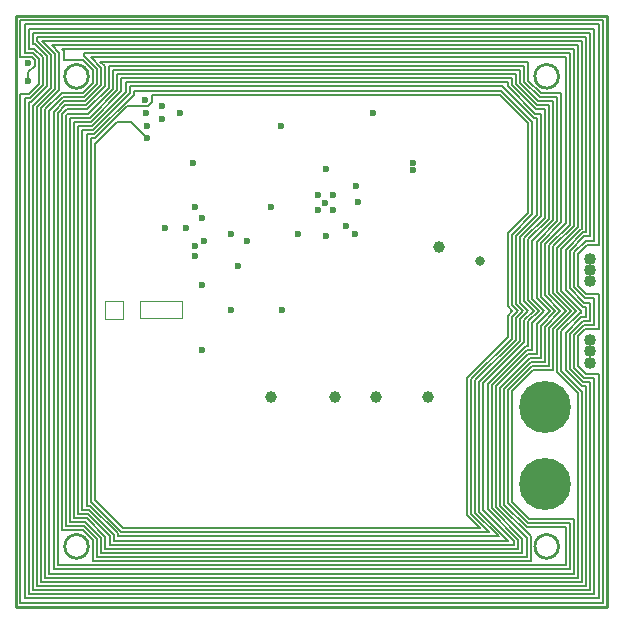
<source format=gbr>
%TF.GenerationSoftware,KiCad,Pcbnew,(5.0.1-3-g963ef8bb5)*%
%TF.CreationDate,2020-03-04T19:54:40-08:00*%
%TF.ProjectId,SolarCell+Y,536F6C617243656C6C2B592E6B696361,rev?*%
%TF.SameCoordinates,Original*%
%TF.FileFunction,Copper,L2,Inr,Signal*%
%TF.FilePolarity,Positive*%
%FSLAX46Y46*%
G04 Gerber Fmt 4.6, Leading zero omitted, Abs format (unit mm)*
G04 Created by KiCad (PCBNEW (5.0.1-3-g963ef8bb5)) date Wednesday, March 04, 2020 at 07:54:40 PM*
%MOMM*%
%LPD*%
G01*
G04 APERTURE LIST*
%ADD10C,0.050000*%
%ADD11C,0.250000*%
%ADD12C,1.000000*%
%ADD13C,1.016000*%
%ADD14C,4.400000*%
%ADD15C,0.600000*%
%ADD16C,0.800000*%
%ADD17C,0.190000*%
G04 APERTURE END LIST*
D10*
X160500000Y-65600000D02*
X160500000Y-64100000D01*
X164000000Y-65600000D02*
X160500000Y-65600000D01*
X164000000Y-64100000D02*
X164000000Y-65600000D01*
X160500000Y-64100000D02*
X164000000Y-64100000D01*
X159000000Y-64100000D02*
X157500000Y-64100000D01*
X159000000Y-65650000D02*
X159000000Y-64100000D01*
X157500000Y-65650000D02*
X159000000Y-65650000D01*
X157500000Y-64100000D02*
X157500000Y-65650000D01*
D11*
X200000000Y-40000000D02*
X150000000Y-40000000D01*
X150000000Y-90000000D02*
X200000000Y-90000000D01*
X150000000Y-40000000D02*
X150000000Y-90000000D01*
X195900000Y-45100000D02*
G75*
G03X195900000Y-45100000I-1000000J0D01*
G01*
X156100000Y-84900000D02*
G75*
G03X156100000Y-84900000I-1000000J0D01*
G01*
X156100000Y-45100000D02*
G75*
G03X156100000Y-45100000I-1000000J0D01*
G01*
X195900000Y-84900000D02*
G75*
G03X195900000Y-84900000I-1000000J0D01*
G01*
X200000000Y-90000000D02*
X200000000Y-40000000D01*
D12*
X185750200Y-59512200D03*
X184835800Y-72263000D03*
X176987200Y-72263000D03*
X171602400Y-72263000D03*
X180424666Y-72263000D03*
D13*
X198566000Y-69330000D03*
X198566000Y-60530000D03*
X198566000Y-68380000D03*
X198566000Y-67430000D03*
X198566000Y-61480000D03*
X198566000Y-62430000D03*
D14*
X194800000Y-73100000D03*
X194800000Y-79600000D03*
D15*
X183593740Y-52415440D03*
X183593740Y-53050440D03*
X160978844Y-48166883D03*
X165112690Y-56134000D03*
X178796228Y-54378747D03*
X176174400Y-55806340D03*
X175574980Y-55144184D03*
X176844980Y-55144184D03*
X175567340Y-56413400D03*
X176844980Y-56388784D03*
X164338000Y-57912000D03*
X162575240Y-57912000D03*
X172417740Y-49303940D03*
X168148000Y-64897000D03*
X172466000Y-64897000D03*
X178689000Y-58420000D03*
X165684200Y-62738000D03*
X165684200Y-68300600D03*
X168148000Y-58420000D03*
X164973000Y-52451000D03*
X168783000Y-61147520D03*
D16*
X189300000Y-60700000D03*
D15*
X163830000Y-48196500D03*
X165700000Y-57100000D03*
X165862000Y-59055000D03*
X165100000Y-59436026D03*
X165100000Y-60325000D03*
X151000000Y-45500000D03*
X161036000Y-50292000D03*
X151003000Y-44005500D03*
X162359712Y-47637690D03*
X161036000Y-49276000D03*
X160909000Y-47117000D03*
X162369500Y-48750000D03*
X169560240Y-59019440D03*
X176184580Y-52959784D03*
X177942240Y-57749440D03*
X171528750Y-56161940D03*
X173878240Y-58471590D03*
X176218027Y-58650475D03*
X180164740Y-48224440D03*
X178954084Y-55753784D03*
D17*
X191950000Y-64450000D02*
X192450000Y-64950000D01*
X194750000Y-57050000D02*
X193000000Y-58800000D01*
X150347010Y-43450000D02*
X150347010Y-40347010D01*
X193700000Y-65950000D02*
X193700000Y-68250000D01*
X192300000Y-67400000D02*
X188850000Y-70850000D01*
X197550000Y-60100000D02*
X197550000Y-62850000D01*
X151750000Y-42100000D02*
X151750000Y-41750000D01*
X196500000Y-64950000D02*
X196500000Y-65000000D01*
X153950000Y-46850000D02*
X155700000Y-46850000D01*
X157850000Y-44200000D02*
X193000000Y-44200000D01*
X151050000Y-42750000D02*
X151050000Y-41050000D01*
X159250000Y-45600000D02*
X191600000Y-45600000D01*
X156300000Y-43500000D02*
X196500000Y-43500000D01*
X193350000Y-65850000D02*
X193350000Y-67900000D01*
X151600000Y-42400000D02*
X151400000Y-42400000D01*
X150700000Y-40700000D02*
X199300000Y-40700000D01*
X155950000Y-81450000D02*
X155950000Y-50000000D01*
X195100000Y-59400000D02*
X195100000Y-63550000D01*
X192000000Y-81150000D02*
X193400000Y-82550000D01*
X151750000Y-41750000D02*
X198250000Y-41750000D01*
X198950000Y-66150000D02*
X198050000Y-66150000D01*
X196500000Y-66800000D02*
X196500000Y-69950000D01*
X159950000Y-46650000D02*
X159950000Y-46300000D01*
X197900000Y-58000000D02*
X197850000Y-58000000D01*
X152600000Y-43400000D02*
X151600000Y-42400000D01*
X199647010Y-89652990D02*
X150347010Y-89652990D01*
X157850000Y-46050000D02*
X157850000Y-44200000D01*
X192650000Y-44550000D02*
X192650000Y-45650000D01*
X151150000Y-46950000D02*
X152250000Y-45850000D01*
X190850000Y-84050000D02*
X158600000Y-84050000D01*
X198100000Y-58650000D02*
X196850000Y-59900000D01*
X151400000Y-43100000D02*
X150700000Y-43100000D01*
X198200000Y-70300000D02*
X199300000Y-70300000D01*
X191600000Y-67200000D02*
X188150000Y-70650000D01*
X198150000Y-66500000D02*
X197550000Y-67100000D01*
X159405118Y-47644882D02*
X161155118Y-47644882D01*
X193650000Y-69650000D02*
X191650000Y-71650000D01*
X151750000Y-47700000D02*
X153300000Y-46150000D01*
X191050000Y-46300000D02*
X193700000Y-48950000D01*
X151000000Y-45500000D02*
X151000000Y-44750000D01*
X197550000Y-69650000D02*
X198200000Y-70300000D01*
X151400000Y-42400000D02*
X151400000Y-41400000D01*
X196500000Y-57550000D02*
X194750000Y-59300000D01*
X197550000Y-71900000D02*
X197550000Y-87550000D01*
X195150000Y-65000000D02*
X194050000Y-66100000D01*
X156500000Y-49650000D02*
X159600000Y-46550000D01*
X155600000Y-49650000D02*
X156500000Y-49650000D01*
X159744000Y-49000000D02*
X161036000Y-50292000D01*
X156600000Y-50000000D02*
X159950000Y-46650000D01*
X198250000Y-71350000D02*
X198250000Y-88250000D01*
X156000000Y-47900000D02*
X157850000Y-46050000D01*
X155600000Y-81800000D02*
X155600000Y-49650000D01*
X198600000Y-65800000D02*
X197950000Y-65800000D01*
X196950000Y-65000000D02*
X195450000Y-66500000D01*
X189900000Y-71150000D02*
X189900000Y-81750000D01*
X197550000Y-42450000D02*
X197550000Y-57850000D01*
X198600000Y-64250000D02*
X198600000Y-65800000D01*
X192900000Y-64950000D02*
X192300000Y-65550000D01*
X191600000Y-64550000D02*
X192000000Y-64950000D01*
X196150000Y-59700000D02*
X196150000Y-63250000D01*
X192450000Y-64950000D02*
X191950000Y-65450000D01*
X191600000Y-58400000D02*
X191600000Y-64550000D01*
X156700000Y-50350000D02*
X159405118Y-47644882D01*
X188850000Y-82050000D02*
X190850000Y-84050000D01*
X192650000Y-58700000D02*
X192650000Y-64250000D01*
X198250000Y-64600000D02*
X198250000Y-65450000D01*
X155750000Y-43400000D02*
X155750000Y-43150000D01*
X193700000Y-63950000D02*
X194700000Y-64950000D01*
X154200000Y-48400000D02*
X154350000Y-48250000D01*
X193553493Y-84696507D02*
X193550000Y-84700000D01*
X194050000Y-63850000D02*
X195150000Y-64950000D01*
X152100000Y-87900000D02*
X152100000Y-47800000D01*
X151000000Y-44750000D02*
X151550000Y-44200000D01*
X197900000Y-87900000D02*
X152100000Y-87900000D01*
X193350000Y-67900000D02*
X193150000Y-67900000D01*
X155900000Y-47550000D02*
X157500000Y-45950000D01*
X199300000Y-70300000D02*
X199300000Y-89300000D01*
X195450000Y-66500000D02*
X195450000Y-70000000D01*
X195450000Y-59500000D02*
X195450000Y-63450000D01*
X158250000Y-83900000D02*
X156150000Y-81800000D01*
X197900000Y-71700000D02*
X197900000Y-87900000D01*
X156350000Y-81100000D02*
X156350000Y-50350000D01*
X199300000Y-59350000D02*
X198300000Y-59350000D01*
X158600000Y-84050000D02*
X158600000Y-83800000D01*
X194050000Y-48600000D02*
X194050000Y-56850000D01*
X193700000Y-56750000D02*
X191950000Y-58500000D01*
X190950000Y-46650000D02*
X193350000Y-49050000D01*
X195150000Y-64950000D02*
X195150000Y-65000000D01*
X199652990Y-40347010D02*
X199652990Y-89647010D01*
X198600000Y-71000000D02*
X198600000Y-88600000D01*
X196500000Y-86500000D02*
X153500000Y-86500000D01*
X197900000Y-71350000D02*
X198250000Y-71350000D01*
X156500000Y-86150000D02*
X156500000Y-84393841D01*
X152600000Y-45950000D02*
X152600000Y-43400000D01*
X151400000Y-41400000D02*
X198600000Y-41400000D01*
X194400000Y-66200000D02*
X194400000Y-68950000D01*
X157100000Y-43850000D02*
X193350000Y-43850000D01*
X199300000Y-63550000D02*
X199300000Y-66500000D01*
X155606158Y-46500000D02*
X156452077Y-45654081D01*
X194400000Y-48250000D02*
X194400000Y-56950000D01*
X161155118Y-47644882D02*
X161500000Y-47300000D01*
X196500000Y-43500000D02*
X196500000Y-57550000D01*
X153300000Y-43200000D02*
X152200000Y-42100000D01*
X158900000Y-83700000D02*
X158900000Y-83650000D01*
X193553493Y-84053493D02*
X193553493Y-84696507D01*
X158250000Y-84400000D02*
X158250000Y-83900000D01*
X153500000Y-86500000D02*
X153500000Y-48200000D01*
X191950000Y-45250000D02*
X191950000Y-45850000D01*
X150700000Y-46950000D02*
X151150000Y-46950000D01*
X194400000Y-56950000D02*
X192650000Y-58700000D01*
X197900000Y-42100000D02*
X197900000Y-58000000D01*
X192300000Y-64350000D02*
X192900000Y-64950000D01*
X197850000Y-65450000D02*
X196500000Y-66800000D01*
X152200000Y-42100000D02*
X197900000Y-42100000D01*
X156452077Y-45654081D02*
X156452077Y-44545918D01*
X195450000Y-63450000D02*
X196950000Y-64950000D01*
X198950000Y-41050000D02*
X198950000Y-59000000D01*
X156850000Y-84300000D02*
X155750000Y-83200000D01*
X197850000Y-64950000D02*
X197850000Y-65100000D01*
X156500000Y-84393841D02*
X155656159Y-83550000D01*
X154000000Y-43750000D02*
X154000000Y-42950000D01*
X193700000Y-48950000D02*
X193700000Y-56750000D01*
X151900000Y-45750000D02*
X151900000Y-43600000D01*
X152950000Y-46050000D02*
X152950000Y-43300000D01*
X197550000Y-87550000D02*
X152450000Y-87550000D01*
X195800000Y-46850000D02*
X195800000Y-57350000D01*
X153500000Y-48200000D02*
X154150000Y-47550000D01*
X198250000Y-58300000D02*
X198000000Y-58300000D01*
X192300000Y-65550000D02*
X192300000Y-67400000D01*
X198950000Y-70650000D02*
X198950000Y-88950000D01*
X158900000Y-45250000D02*
X191950000Y-45250000D01*
X159600000Y-46550000D02*
X159600000Y-45950000D01*
X193550000Y-84700000D02*
X193550000Y-86150000D01*
X198050000Y-64250000D02*
X198600000Y-64250000D01*
X152450000Y-47900000D02*
X153850000Y-46500000D01*
X193350000Y-64950000D02*
X192650000Y-65650000D01*
X150347010Y-46600000D02*
X151050000Y-46600000D01*
X193800000Y-64950000D02*
X193000000Y-65750000D01*
X191600000Y-65350000D02*
X191600000Y-67200000D01*
X197200000Y-60000000D02*
X197200000Y-62950000D01*
X196500000Y-65000000D02*
X195100000Y-66400000D01*
X150700000Y-43100000D02*
X150700000Y-40700000D01*
X151750000Y-88250000D02*
X151750000Y-47700000D01*
X158900000Y-83650000D02*
X156350000Y-81100000D01*
X156350000Y-50350000D02*
X156700000Y-50350000D01*
X189250000Y-83350000D02*
X159050000Y-83350000D01*
X151400000Y-47600000D02*
X152950000Y-46050000D01*
X193000000Y-65750000D02*
X193000000Y-67600000D01*
X196500000Y-69950000D02*
X197900000Y-71350000D01*
X155656159Y-43750000D02*
X154000000Y-43750000D01*
X189550000Y-81850000D02*
X192150000Y-84450000D01*
X151500000Y-42750000D02*
X151050000Y-42750000D01*
X198050000Y-66150000D02*
X197200000Y-67000000D01*
X154250000Y-47900000D02*
X156000000Y-47900000D01*
X189900000Y-81750000D02*
X192500000Y-84350000D01*
X194400000Y-59200000D02*
X194400000Y-63750000D01*
X151550000Y-44200000D02*
X151550000Y-43700000D01*
X194050000Y-56850000D02*
X192300000Y-58600000D01*
X193200000Y-83250000D02*
X196500000Y-83250000D01*
X153850000Y-42800000D02*
X197200000Y-42800000D01*
X198300000Y-59350000D02*
X197550000Y-60100000D01*
X155800000Y-47200000D02*
X157150000Y-45850000D01*
X196500000Y-59800000D02*
X196500000Y-63150000D01*
X156700000Y-81000000D02*
X156700000Y-50800000D01*
X153850000Y-83550000D02*
X153850000Y-48300000D01*
X193700000Y-68250000D02*
X193250000Y-68250000D01*
X155950000Y-50000000D02*
X156600000Y-50000000D01*
X156050000Y-82150000D02*
X155250000Y-82150000D01*
X161500000Y-47300000D02*
X161500000Y-46650000D01*
X192300000Y-58600000D02*
X192300000Y-64350000D01*
X195450000Y-70000000D02*
X193750000Y-70000000D01*
X191950000Y-58500000D02*
X191950000Y-64450000D01*
X199300000Y-89300000D02*
X150700000Y-89300000D01*
X154050000Y-47200000D02*
X155800000Y-47200000D01*
X156100000Y-48250000D02*
X158200000Y-46150000D01*
X157200000Y-84200000D02*
X155850000Y-82850000D01*
X199300000Y-66500000D02*
X198150000Y-66500000D01*
X197850000Y-58000000D02*
X196150000Y-59700000D01*
X157550000Y-84100000D02*
X155950000Y-82500000D01*
X194400000Y-68950000D02*
X193450000Y-68950000D01*
X161500000Y-46650000D02*
X190950000Y-46650000D01*
X193800000Y-48600000D02*
X194050000Y-48600000D01*
X196850000Y-86850000D02*
X153150000Y-86850000D01*
X158200000Y-46150000D02*
X158200000Y-44550000D01*
X197200000Y-67000000D02*
X197200000Y-69750000D01*
X193750000Y-70000000D02*
X192000000Y-71750000D01*
X155750000Y-83200000D02*
X154200000Y-83200000D01*
X155250000Y-82150000D02*
X155250000Y-49300000D01*
X193200000Y-84150000D02*
X193200000Y-85800000D01*
X152250000Y-45850000D02*
X152250000Y-43500000D01*
X197200000Y-42800000D02*
X197200000Y-57750000D01*
X196850000Y-59900000D02*
X196850000Y-63050000D01*
X190950000Y-81450000D02*
X193553493Y-84053493D01*
X198000000Y-71000000D02*
X198600000Y-71000000D01*
X196500000Y-63150000D02*
X197950000Y-64600000D01*
X150700000Y-89300000D02*
X150700000Y-46950000D01*
X197200000Y-69750000D02*
X198100000Y-70650000D01*
X192000000Y-64950000D02*
X191600000Y-65350000D01*
X192000000Y-71750000D02*
X192000000Y-81150000D01*
X197800000Y-71700000D02*
X197900000Y-71700000D01*
X152800000Y-48000000D02*
X153950000Y-46850000D01*
X197750000Y-65100000D02*
X196150000Y-66700000D01*
X192850000Y-84250000D02*
X192850000Y-85450000D01*
X151050000Y-41050000D02*
X198950000Y-41050000D01*
X191300000Y-71550000D02*
X191300000Y-81350000D01*
X198950000Y-63900000D02*
X198950000Y-66150000D01*
X155750000Y-43150000D02*
X196850000Y-43150000D01*
X191200000Y-46000000D02*
X193800000Y-48600000D01*
X197550000Y-62850000D02*
X198250000Y-63550000D01*
X151550000Y-43700000D02*
X151300000Y-43450000D01*
X197200000Y-57750000D02*
X195450000Y-59500000D01*
X189200000Y-70950000D02*
X189200000Y-81950000D01*
X198150000Y-63900000D02*
X198950000Y-63900000D01*
X154350000Y-48250000D02*
X156100000Y-48250000D01*
X154200000Y-83200000D02*
X154200000Y-48400000D01*
X156800000Y-45750000D02*
X156800000Y-44450000D01*
X159950000Y-46300000D02*
X191050000Y-46300000D01*
X197200000Y-87200000D02*
X152800000Y-87200000D01*
X153000000Y-42450000D02*
X197550000Y-42450000D01*
X157200000Y-85450000D02*
X157200000Y-84200000D01*
X196050000Y-65000000D02*
X194750000Y-66300000D01*
X197850000Y-65100000D02*
X197750000Y-65100000D01*
X158900000Y-46350000D02*
X158900000Y-45250000D01*
X188850000Y-70850000D02*
X188850000Y-82050000D01*
X157500000Y-44250000D02*
X157100000Y-43850000D01*
X196850000Y-43150000D02*
X196850000Y-57650000D01*
X192650000Y-67500000D02*
X189200000Y-70950000D01*
X196850000Y-57650000D02*
X195100000Y-59400000D01*
X151250000Y-47300000D02*
X152600000Y-45950000D01*
X195100000Y-69650000D02*
X193650000Y-69650000D01*
X158600000Y-83800000D02*
X156250000Y-81450000D01*
X152450000Y-87550000D02*
X152450000Y-47900000D01*
X151400000Y-88600000D02*
X151400000Y-47600000D01*
X159600000Y-45950000D02*
X191200000Y-45950000D01*
X153650000Y-43100000D02*
X153000000Y-42450000D01*
X188500000Y-70750000D02*
X188500000Y-82150000D01*
X197200000Y-82550000D02*
X197200000Y-87200000D01*
X199652990Y-89647010D02*
X199647010Y-89652990D01*
X154000000Y-42950000D02*
X153850000Y-42800000D01*
X198250000Y-63550000D02*
X199300000Y-63550000D01*
X193150000Y-67900000D02*
X189900000Y-71150000D01*
X156452077Y-44545918D02*
X155656159Y-43750000D01*
X195800000Y-70150000D02*
X197550000Y-71900000D01*
X193900000Y-48250000D02*
X194400000Y-48250000D01*
X191650000Y-81250000D02*
X193300000Y-82900000D01*
X191950000Y-45850000D02*
X194000000Y-47900000D01*
X190250000Y-71250000D02*
X190250000Y-81650000D01*
X198600000Y-58650000D02*
X198100000Y-58650000D01*
X196150000Y-66700000D02*
X196150000Y-70050000D01*
X191600000Y-45950000D02*
X193900000Y-48250000D01*
X157150000Y-44350000D02*
X156300000Y-43500000D01*
X151300000Y-43450000D02*
X150347010Y-43450000D01*
X151050000Y-47300000D02*
X151250000Y-47300000D01*
X196150000Y-70050000D02*
X197800000Y-71700000D01*
X197550000Y-57850000D02*
X195800000Y-59600000D01*
X193400000Y-82550000D02*
X197200000Y-82550000D01*
X152100000Y-47800000D02*
X153650000Y-46250000D01*
X153850000Y-46500000D02*
X155606158Y-46500000D01*
X194000000Y-47900000D02*
X194750000Y-47900000D01*
X191300000Y-81350000D02*
X193200000Y-83250000D01*
X198600000Y-88600000D02*
X151400000Y-88600000D01*
X152800000Y-87200000D02*
X152800000Y-48000000D01*
X197950000Y-64600000D02*
X198250000Y-64600000D01*
X188150000Y-82250000D02*
X189250000Y-83350000D01*
X155700000Y-46850000D02*
X156800000Y-45750000D01*
X198200000Y-59000000D02*
X197200000Y-60000000D01*
X156250000Y-81450000D02*
X155950000Y-81450000D01*
X151900000Y-43600000D02*
X151400000Y-43100000D01*
X194750000Y-66300000D02*
X194750000Y-69300000D01*
X156800000Y-44450000D02*
X155750000Y-43400000D01*
X152950000Y-43300000D02*
X151750000Y-42100000D01*
X190600000Y-81550000D02*
X193200000Y-84150000D01*
X193200000Y-85800000D02*
X156850000Y-85800000D01*
X194750000Y-59300000D02*
X194750000Y-63650000D01*
X197200000Y-62950000D02*
X198150000Y-63900000D01*
X196150000Y-63250000D02*
X197850000Y-64950000D01*
X193350000Y-58900000D02*
X193350000Y-64050000D01*
X153300000Y-46150000D02*
X153300000Y-43200000D01*
X153150000Y-48100000D02*
X154050000Y-47200000D01*
X150347010Y-89652990D02*
X150347010Y-46600000D01*
X198250000Y-88250000D02*
X151750000Y-88250000D01*
X196050000Y-64950000D02*
X196050000Y-65000000D01*
X193000000Y-45550000D02*
X194300000Y-46850000D01*
X154150000Y-47550000D02*
X155900000Y-47550000D01*
X197950000Y-65800000D02*
X196850000Y-66900000D01*
X193300000Y-82900000D02*
X196850000Y-82900000D01*
X195800000Y-57350000D02*
X194050000Y-59100000D01*
X192650000Y-45650000D02*
X194200000Y-47200000D01*
X190250000Y-81650000D02*
X192850000Y-84250000D01*
X194750000Y-63650000D02*
X196050000Y-64950000D01*
X190950000Y-71450000D02*
X190950000Y-81450000D01*
X194750000Y-69300000D02*
X193550000Y-69300000D01*
X158550000Y-46250000D02*
X158550000Y-44900000D01*
X193550000Y-69300000D02*
X191300000Y-71550000D01*
X157150000Y-45850000D02*
X157150000Y-44350000D01*
X193350000Y-49050000D02*
X193350000Y-56650000D01*
X157500000Y-45950000D02*
X157500000Y-44250000D01*
X153850000Y-48300000D02*
X154250000Y-47900000D01*
X194700000Y-64950000D02*
X193700000Y-65950000D01*
X190600000Y-71350000D02*
X190600000Y-81550000D01*
X198950000Y-88950000D02*
X151050000Y-88950000D01*
X195800000Y-63350000D02*
X197400000Y-64950000D01*
X192500000Y-84350000D02*
X192500000Y-85100000D01*
X193350000Y-56650000D02*
X191600000Y-58400000D01*
X196950000Y-64950000D02*
X196950000Y-65000000D01*
X197400000Y-65000000D02*
X195800000Y-66600000D01*
X151050000Y-46600000D02*
X151900000Y-45750000D01*
X194050000Y-68600000D02*
X193350000Y-68600000D01*
X191950000Y-67300000D02*
X188500000Y-70750000D01*
X156400000Y-49300000D02*
X159250000Y-46450000D01*
X193550000Y-86150000D02*
X156500000Y-86150000D01*
X150347010Y-40347010D02*
X199652990Y-40347010D01*
X156150000Y-81800000D02*
X155600000Y-81800000D01*
X193450000Y-68950000D02*
X190950000Y-71450000D01*
X198100000Y-70650000D02*
X198950000Y-70650000D01*
X194389341Y-46500000D02*
X196150000Y-46500000D01*
X190050000Y-83700000D02*
X158900000Y-83700000D01*
X193350000Y-45460659D02*
X194389341Y-46500000D01*
X193350000Y-64050000D02*
X194250000Y-64950000D01*
X155656159Y-83550000D02*
X153850000Y-83550000D01*
X195600000Y-65000000D02*
X194400000Y-66200000D01*
X195100000Y-63550000D02*
X196500000Y-64950000D01*
X194200000Y-47200000D02*
X195450000Y-47200000D01*
X199300000Y-40700000D02*
X199300000Y-59350000D01*
X195600000Y-64950000D02*
X195600000Y-65000000D01*
X196850000Y-63050000D02*
X198050000Y-64250000D01*
X193350000Y-43850000D02*
X193350000Y-45460659D01*
X192150000Y-84750000D02*
X157900000Y-84750000D01*
X195100000Y-57150000D02*
X193350000Y-58900000D01*
X196150000Y-46500000D02*
X196150000Y-57450000D01*
X188150000Y-70650000D02*
X188150000Y-82250000D01*
X195100000Y-66400000D02*
X195100000Y-69650000D01*
X153150000Y-86850000D02*
X153150000Y-48100000D01*
X198250000Y-41750000D02*
X198250000Y-58300000D01*
X154550000Y-82850000D02*
X154550000Y-48600000D01*
X193700000Y-59000000D02*
X193700000Y-63950000D01*
X155250000Y-49300000D02*
X156400000Y-49300000D01*
X195800000Y-66600000D02*
X195800000Y-70150000D01*
X198000000Y-58300000D02*
X196500000Y-59800000D01*
X191950000Y-65450000D02*
X191950000Y-67300000D01*
X158500000Y-49000000D02*
X159744000Y-49000000D01*
X193000000Y-44200000D02*
X193000000Y-45550000D01*
X152250000Y-43500000D02*
X151500000Y-42750000D01*
X192300000Y-45750000D02*
X194100000Y-47550000D01*
X198250000Y-65450000D02*
X197850000Y-65450000D01*
X154900000Y-48950000D02*
X156300000Y-48950000D01*
X194050000Y-59100000D02*
X194050000Y-63850000D01*
X194400000Y-63750000D02*
X195600000Y-64950000D01*
X192650000Y-64250000D02*
X193350000Y-64950000D01*
X196500000Y-83250000D02*
X196500000Y-86500000D01*
X192650000Y-65650000D02*
X192650000Y-67500000D01*
X154900000Y-82500000D02*
X154900000Y-48950000D01*
X195800000Y-59600000D02*
X195800000Y-63350000D01*
X156850000Y-85800000D02*
X156850000Y-84300000D01*
X194050000Y-66100000D02*
X194050000Y-68600000D01*
X192150000Y-84450000D02*
X192150000Y-84750000D01*
X153650000Y-46250000D02*
X153650000Y-43100000D01*
X198950000Y-59000000D02*
X198200000Y-59000000D01*
X155950000Y-82500000D02*
X154900000Y-82500000D01*
X193250000Y-68250000D02*
X190250000Y-71250000D01*
X196850000Y-82900000D02*
X196850000Y-86850000D01*
X192300000Y-44900000D02*
X192300000Y-45750000D01*
X194100000Y-47550000D02*
X195100000Y-47550000D01*
X151050000Y-88950000D02*
X151050000Y-47300000D01*
X158200000Y-44550000D02*
X192650000Y-44550000D01*
X159050000Y-83350000D02*
X156700000Y-81000000D01*
X157550000Y-85100000D02*
X157550000Y-84100000D01*
X156200000Y-48600000D02*
X158550000Y-46250000D01*
X155850000Y-82850000D02*
X154550000Y-82850000D01*
X194250000Y-64950000D02*
X193350000Y-65850000D01*
X195100000Y-47550000D02*
X195100000Y-57150000D01*
X197550000Y-67100000D02*
X197550000Y-69650000D01*
X196150000Y-57450000D02*
X194400000Y-59200000D01*
X192850000Y-85450000D02*
X157200000Y-85450000D01*
X195450000Y-57250000D02*
X193700000Y-59000000D01*
X192500000Y-85100000D02*
X157550000Y-85100000D01*
X193350000Y-68600000D02*
X190600000Y-71350000D01*
X196850000Y-69850000D02*
X198000000Y-71000000D01*
X158550000Y-44900000D02*
X192300000Y-44900000D01*
X156700000Y-50800000D02*
X158500000Y-49000000D01*
X194300000Y-46850000D02*
X195800000Y-46850000D01*
X195450000Y-47200000D02*
X195450000Y-57250000D01*
X156300000Y-48950000D02*
X158900000Y-46350000D01*
X198600000Y-41400000D02*
X198600000Y-58650000D01*
X191200000Y-45950000D02*
X191200000Y-46000000D01*
X197400000Y-64950000D02*
X197400000Y-65000000D01*
X157900000Y-84750000D02*
X157900000Y-84000000D01*
X196850000Y-66900000D02*
X196850000Y-69850000D01*
X193000000Y-58800000D02*
X193000000Y-64150000D01*
X193000000Y-67600000D02*
X189550000Y-71050000D01*
X191600000Y-45600000D02*
X191600000Y-45950000D01*
X157900000Y-84000000D02*
X156050000Y-82150000D01*
X191650000Y-71650000D02*
X191650000Y-81250000D01*
X189550000Y-71050000D02*
X189550000Y-81850000D01*
X193000000Y-64150000D02*
X193800000Y-64950000D01*
X194750000Y-47900000D02*
X194750000Y-57050000D01*
X154550000Y-48600000D02*
X156200000Y-48600000D01*
X189200000Y-81950000D02*
X191650000Y-84400000D01*
X159250000Y-46450000D02*
X159250000Y-45600000D01*
X188500000Y-82150000D02*
X190050000Y-83700000D01*
X191650000Y-84400000D02*
X158250000Y-84400000D01*
M02*

</source>
